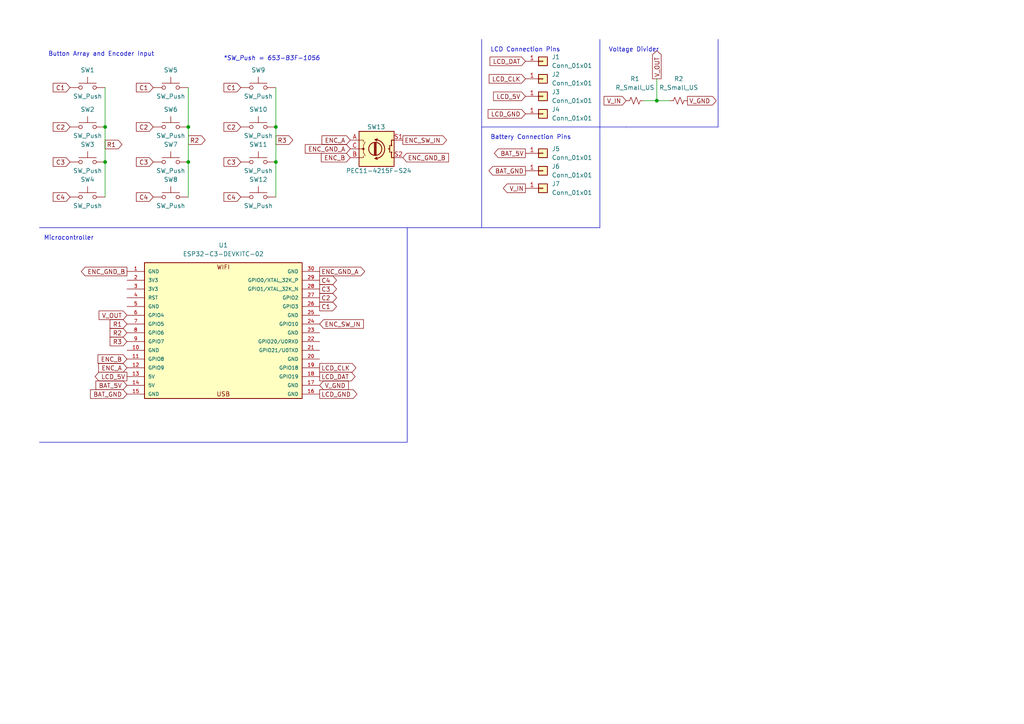
<source format=kicad_sch>
(kicad_sch (version 20211123) (generator eeschema)

  (uuid 94ac4fd3-c426-46f0-8c24-17a8cfbce9bb)

  (paper "A4")

  (title_block
    (title "Shuttle Tracker Node")
    (date "2023-01-04")
    (rev "1")
    (company "RPI")
  )

  (lib_symbols
    (symbol "Connector_Generic:Conn_01x01" (pin_names (offset 1.016) hide) (in_bom yes) (on_board yes)
      (property "Reference" "J" (id 0) (at 0 2.54 0)
        (effects (font (size 1.27 1.27)))
      )
      (property "Value" "Conn_01x01" (id 1) (at 0 -2.54 0)
        (effects (font (size 1.27 1.27)))
      )
      (property "Footprint" "" (id 2) (at 0 0 0)
        (effects (font (size 1.27 1.27)) hide)
      )
      (property "Datasheet" "~" (id 3) (at 0 0 0)
        (effects (font (size 1.27 1.27)) hide)
      )
      (property "ki_keywords" "connector" (id 4) (at 0 0 0)
        (effects (font (size 1.27 1.27)) hide)
      )
      (property "ki_description" "Generic connector, single row, 01x01, script generated (kicad-library-utils/schlib/autogen/connector/)" (id 5) (at 0 0 0)
        (effects (font (size 1.27 1.27)) hide)
      )
      (property "ki_fp_filters" "Connector*:*_1x??_*" (id 6) (at 0 0 0)
        (effects (font (size 1.27 1.27)) hide)
      )
      (symbol "Conn_01x01_1_1"
        (rectangle (start -1.27 0.127) (end 0 -0.127)
          (stroke (width 0.1524) (type default) (color 0 0 0 0))
          (fill (type none))
        )
        (rectangle (start -1.27 1.27) (end 1.27 -1.27)
          (stroke (width 0.254) (type default) (color 0 0 0 0))
          (fill (type background))
        )
        (pin passive line (at -5.08 0 0) (length 3.81)
          (name "Pin_1" (effects (font (size 1.27 1.27))))
          (number "1" (effects (font (size 1.27 1.27))))
        )
      )
    )
    (symbol "Device:R_Small_US" (pin_numbers hide) (pin_names (offset 0.254) hide) (in_bom yes) (on_board yes)
      (property "Reference" "R" (id 0) (at 0.762 0.508 0)
        (effects (font (size 1.27 1.27)) (justify left))
      )
      (property "Value" "R_Small_US" (id 1) (at 0.762 -1.016 0)
        (effects (font (size 1.27 1.27)) (justify left))
      )
      (property "Footprint" "" (id 2) (at 0 0 0)
        (effects (font (size 1.27 1.27)) hide)
      )
      (property "Datasheet" "~" (id 3) (at 0 0 0)
        (effects (font (size 1.27 1.27)) hide)
      )
      (property "ki_keywords" "r resistor" (id 4) (at 0 0 0)
        (effects (font (size 1.27 1.27)) hide)
      )
      (property "ki_description" "Resistor, small US symbol" (id 5) (at 0 0 0)
        (effects (font (size 1.27 1.27)) hide)
      )
      (property "ki_fp_filters" "R_*" (id 6) (at 0 0 0)
        (effects (font (size 1.27 1.27)) hide)
      )
      (symbol "R_Small_US_1_1"
        (polyline
          (pts
            (xy 0 0)
            (xy 1.016 -0.381)
            (xy 0 -0.762)
            (xy -1.016 -1.143)
            (xy 0 -1.524)
          )
          (stroke (width 0) (type default) (color 0 0 0 0))
          (fill (type none))
        )
        (polyline
          (pts
            (xy 0 1.524)
            (xy 1.016 1.143)
            (xy 0 0.762)
            (xy -1.016 0.381)
            (xy 0 0)
          )
          (stroke (width 0) (type default) (color 0 0 0 0))
          (fill (type none))
        )
        (pin passive line (at 0 2.54 270) (length 1.016)
          (name "~" (effects (font (size 1.27 1.27))))
          (number "1" (effects (font (size 1.27 1.27))))
        )
        (pin passive line (at 0 -2.54 90) (length 1.016)
          (name "~" (effects (font (size 1.27 1.27))))
          (number "2" (effects (font (size 1.27 1.27))))
        )
      )
    )
    (symbol "Device:RotaryEncoder_Switch" (pin_names (offset 0.254) hide) (in_bom yes) (on_board yes)
      (property "Reference" "SW" (id 0) (at 0 6.604 0)
        (effects (font (size 1.27 1.27)))
      )
      (property "Value" "RotaryEncoder_Switch" (id 1) (at 0 -6.604 0)
        (effects (font (size 1.27 1.27)))
      )
      (property "Footprint" "" (id 2) (at -3.81 4.064 0)
        (effects (font (size 1.27 1.27)) hide)
      )
      (property "Datasheet" "~" (id 3) (at 0 6.604 0)
        (effects (font (size 1.27 1.27)) hide)
      )
      (property "ki_keywords" "rotary switch encoder switch push button" (id 4) (at 0 0 0)
        (effects (font (size 1.27 1.27)) hide)
      )
      (property "ki_description" "Rotary encoder, dual channel, incremental quadrate outputs, with switch" (id 5) (at 0 0 0)
        (effects (font (size 1.27 1.27)) hide)
      )
      (property "ki_fp_filters" "RotaryEncoder*Switch*" (id 6) (at 0 0 0)
        (effects (font (size 1.27 1.27)) hide)
      )
      (symbol "RotaryEncoder_Switch_0_1"
        (rectangle (start -5.08 5.08) (end 5.08 -5.08)
          (stroke (width 0.254) (type default) (color 0 0 0 0))
          (fill (type background))
        )
        (circle (center -3.81 0) (radius 0.254)
          (stroke (width 0) (type default) (color 0 0 0 0))
          (fill (type outline))
        )
        (arc (start -0.381 -2.794) (mid 2.3622 -0.0508) (end -0.381 2.667)
          (stroke (width 0.254) (type default) (color 0 0 0 0))
          (fill (type none))
        )
        (circle (center -0.381 0) (radius 1.905)
          (stroke (width 0.254) (type default) (color 0 0 0 0))
          (fill (type none))
        )
        (polyline
          (pts
            (xy -0.635 -1.778)
            (xy -0.635 1.778)
          )
          (stroke (width 0.254) (type default) (color 0 0 0 0))
          (fill (type none))
        )
        (polyline
          (pts
            (xy -0.381 -1.778)
            (xy -0.381 1.778)
          )
          (stroke (width 0.254) (type default) (color 0 0 0 0))
          (fill (type none))
        )
        (polyline
          (pts
            (xy -0.127 1.778)
            (xy -0.127 -1.778)
          )
          (stroke (width 0.254) (type default) (color 0 0 0 0))
          (fill (type none))
        )
        (polyline
          (pts
            (xy 3.81 0)
            (xy 3.429 0)
          )
          (stroke (width 0.254) (type default) (color 0 0 0 0))
          (fill (type none))
        )
        (polyline
          (pts
            (xy 3.81 1.016)
            (xy 3.81 -1.016)
          )
          (stroke (width 0.254) (type default) (color 0 0 0 0))
          (fill (type none))
        )
        (polyline
          (pts
            (xy -5.08 -2.54)
            (xy -3.81 -2.54)
            (xy -3.81 -2.032)
          )
          (stroke (width 0) (type default) (color 0 0 0 0))
          (fill (type none))
        )
        (polyline
          (pts
            (xy -5.08 2.54)
            (xy -3.81 2.54)
            (xy -3.81 2.032)
          )
          (stroke (width 0) (type default) (color 0 0 0 0))
          (fill (type none))
        )
        (polyline
          (pts
            (xy 0.254 -3.048)
            (xy -0.508 -2.794)
            (xy 0.127 -2.413)
          )
          (stroke (width 0.254) (type default) (color 0 0 0 0))
          (fill (type none))
        )
        (polyline
          (pts
            (xy 0.254 2.921)
            (xy -0.508 2.667)
            (xy 0.127 2.286)
          )
          (stroke (width 0.254) (type default) (color 0 0 0 0))
          (fill (type none))
        )
        (polyline
          (pts
            (xy 5.08 -2.54)
            (xy 4.318 -2.54)
            (xy 4.318 -1.016)
          )
          (stroke (width 0.254) (type default) (color 0 0 0 0))
          (fill (type none))
        )
        (polyline
          (pts
            (xy 5.08 2.54)
            (xy 4.318 2.54)
            (xy 4.318 1.016)
          )
          (stroke (width 0.254) (type default) (color 0 0 0 0))
          (fill (type none))
        )
        (polyline
          (pts
            (xy -5.08 0)
            (xy -3.81 0)
            (xy -3.81 -1.016)
            (xy -3.302 -2.032)
          )
          (stroke (width 0) (type default) (color 0 0 0 0))
          (fill (type none))
        )
        (polyline
          (pts
            (xy -4.318 0)
            (xy -3.81 0)
            (xy -3.81 1.016)
            (xy -3.302 2.032)
          )
          (stroke (width 0) (type default) (color 0 0 0 0))
          (fill (type none))
        )
        (circle (center 4.318 -1.016) (radius 0.127)
          (stroke (width 0.254) (type default) (color 0 0 0 0))
          (fill (type none))
        )
        (circle (center 4.318 1.016) (radius 0.127)
          (stroke (width 0.254) (type default) (color 0 0 0 0))
          (fill (type none))
        )
      )
      (symbol "RotaryEncoder_Switch_1_1"
        (pin passive line (at -7.62 2.54 0) (length 2.54)
          (name "A" (effects (font (size 1.27 1.27))))
          (number "A" (effects (font (size 1.27 1.27))))
        )
        (pin passive line (at -7.62 -2.54 0) (length 2.54)
          (name "B" (effects (font (size 1.27 1.27))))
          (number "B" (effects (font (size 1.27 1.27))))
        )
        (pin passive line (at -7.62 0 0) (length 2.54)
          (name "C" (effects (font (size 1.27 1.27))))
          (number "C" (effects (font (size 1.27 1.27))))
        )
        (pin passive line (at 7.62 2.54 180) (length 2.54)
          (name "S1" (effects (font (size 1.27 1.27))))
          (number "S1" (effects (font (size 1.27 1.27))))
        )
        (pin passive line (at 7.62 -2.54 180) (length 2.54)
          (name "S2" (effects (font (size 1.27 1.27))))
          (number "S2" (effects (font (size 1.27 1.27))))
        )
      )
    )
    (symbol "ESP32-C3-DEVKITC-02:ESP32-C3-DEVKITC-02" (pin_names (offset 1.016)) (in_bom yes) (on_board yes)
      (property "Reference" "U" (id 0) (at 0 25.4 0)
        (effects (font (size 1.27 1.27)) (justify left bottom))
      )
      (property "Value" "ESP32-C3-DEVKITC-02" (id 1) (at -11.43 22.86 0)
        (effects (font (size 1.27 1.27)) (justify left bottom))
      )
      (property "Footprint" "XCVR_ESP32-C3-DEVKITC-02" (id 2) (at 1.27 2.54 0)
        (effects (font (size 1.27 1.27)) (justify bottom) hide)
      )
      (property "Datasheet" "" (id 3) (at 0 0 0)
        (effects (font (size 1.27 1.27)) hide)
      )
      (property "STANDARD" "My Recommendations" (id 4) (at 1.27 5.08 0)
        (effects (font (size 1.27 1.27)) (justify bottom) hide)
      )
      (property "MANUFACTURER" "Espressif" (id 5) (at 0 0 0)
        (effects (font (size 1.27 1.27)) (justify bottom) hide)
      )
      (symbol "ESP32-C3-DEVKITC-02_0_0"
        (rectangle (start -22.86 16.51) (end 22.86 -22.86)
          (stroke (width 0.254) (type default) (color 0 0 0 0))
          (fill (type background))
        )
        (text "USB" (at 0 -21.59 0)
          (effects (font (size 1.27 1.27)))
        )
        (text "WIFI" (at 0 15.24 0)
          (effects (font (size 1.27 1.27)))
        )
        (pin power_in line (at -27.94 13.97 0) (length 5.08)
          (name "GND" (effects (font (size 1.016 1.016))))
          (number "1" (effects (font (size 1.016 1.016))))
        )
        (pin power_in line (at -27.94 -8.89 0) (length 5.08)
          (name "GND" (effects (font (size 1.016 1.016))))
          (number "10" (effects (font (size 1.016 1.016))))
        )
        (pin bidirectional line (at -27.94 -11.43 0) (length 5.08)
          (name "GPIO8" (effects (font (size 1.016 1.016))))
          (number "11" (effects (font (size 1.016 1.016))))
        )
        (pin bidirectional line (at -27.94 -13.97 0) (length 5.08)
          (name "GPIO9" (effects (font (size 1.016 1.016))))
          (number "12" (effects (font (size 1.016 1.016))))
        )
        (pin power_in line (at -27.94 -16.51 0) (length 5.08)
          (name "5V" (effects (font (size 1.016 1.016))))
          (number "13" (effects (font (size 1.016 1.016))))
        )
        (pin power_in line (at -27.94 -19.05 0) (length 5.08)
          (name "5V" (effects (font (size 1.016 1.016))))
          (number "14" (effects (font (size 1.016 1.016))))
        )
        (pin power_in line (at -27.94 -21.59 0) (length 5.08)
          (name "GND" (effects (font (size 1.016 1.016))))
          (number "15" (effects (font (size 1.016 1.016))))
        )
        (pin power_in line (at 27.94 -21.59 180) (length 5.08)
          (name "GND" (effects (font (size 1.016 1.016))))
          (number "16" (effects (font (size 1.016 1.016))))
        )
        (pin power_in line (at 27.94 -19.05 180) (length 5.08)
          (name "GND" (effects (font (size 1.016 1.016))))
          (number "17" (effects (font (size 1.016 1.016))))
        )
        (pin bidirectional line (at 27.94 -16.51 180) (length 5.08)
          (name "GPIO19" (effects (font (size 1.016 1.016))))
          (number "18" (effects (font (size 1.016 1.016))))
        )
        (pin bidirectional line (at 27.94 -13.97 180) (length 5.08)
          (name "GPIO18" (effects (font (size 1.016 1.016))))
          (number "19" (effects (font (size 1.016 1.016))))
        )
        (pin power_in line (at -27.94 11.43 0) (length 5.08)
          (name "3V3" (effects (font (size 1.016 1.016))))
          (number "2" (effects (font (size 1.016 1.016))))
        )
        (pin power_in line (at 27.94 -11.43 180) (length 5.08)
          (name "GND" (effects (font (size 1.016 1.016))))
          (number "20" (effects (font (size 1.016 1.016))))
        )
        (pin bidirectional line (at 27.94 -8.89 180) (length 5.08)
          (name "GPIO21/U0TXD" (effects (font (size 1.016 1.016))))
          (number "21" (effects (font (size 1.016 1.016))))
        )
        (pin bidirectional line (at 27.94 -6.35 180) (length 5.08)
          (name "GPIO20/U0RXD" (effects (font (size 1.016 1.016))))
          (number "22" (effects (font (size 1.016 1.016))))
        )
        (pin power_in line (at 27.94 -3.81 180) (length 5.08)
          (name "GND" (effects (font (size 1.016 1.016))))
          (number "23" (effects (font (size 1.016 1.016))))
        )
        (pin bidirectional line (at 27.94 -1.27 180) (length 5.08)
          (name "GPIO10" (effects (font (size 1.016 1.016))))
          (number "24" (effects (font (size 1.016 1.016))))
        )
        (pin power_in line (at 27.94 1.27 180) (length 5.08)
          (name "GND" (effects (font (size 1.016 1.016))))
          (number "25" (effects (font (size 1.016 1.016))))
        )
        (pin bidirectional line (at 27.94 3.81 180) (length 5.08)
          (name "GPIO3" (effects (font (size 1.016 1.016))))
          (number "26" (effects (font (size 1.016 1.016))))
        )
        (pin bidirectional line (at 27.94 6.35 180) (length 5.08)
          (name "GPIO2" (effects (font (size 1.016 1.016))))
          (number "27" (effects (font (size 1.016 1.016))))
        )
        (pin bidirectional line (at 27.94 8.89 180) (length 5.08)
          (name "GPIO1/XTAL_32K_N" (effects (font (size 1.016 1.016))))
          (number "28" (effects (font (size 1.016 1.016))))
        )
        (pin bidirectional line (at 27.94 11.43 180) (length 5.08)
          (name "GPIO0/XTAL_32K_P" (effects (font (size 1.016 1.016))))
          (number "29" (effects (font (size 1.016 1.016))))
        )
        (pin power_in line (at -27.94 8.89 0) (length 5.08)
          (name "3V3" (effects (font (size 1.016 1.016))))
          (number "3" (effects (font (size 1.016 1.016))))
        )
        (pin power_in line (at 27.94 13.97 180) (length 5.08)
          (name "GND" (effects (font (size 1.016 1.016))))
          (number "30" (effects (font (size 1.016 1.016))))
        )
        (pin input line (at -27.94 6.35 0) (length 5.08)
          (name "RST" (effects (font (size 1.016 1.016))))
          (number "4" (effects (font (size 1.016 1.016))))
        )
        (pin power_in line (at -27.94 3.81 0) (length 5.08)
          (name "GND" (effects (font (size 1.016 1.016))))
          (number "5" (effects (font (size 1.016 1.016))))
        )
        (pin bidirectional line (at -27.94 1.27 0) (length 5.08)
          (name "GPIO4" (effects (font (size 1.016 1.016))))
          (number "6" (effects (font (size 1.016 1.016))))
        )
        (pin bidirectional line (at -27.94 -1.27 0) (length 5.08)
          (name "GPIO5" (effects (font (size 1.016 1.016))))
          (number "7" (effects (font (size 1.016 1.016))))
        )
        (pin bidirectional line (at -27.94 -3.81 0) (length 5.08)
          (name "GPIO6" (effects (font (size 1.016 1.016))))
          (number "8" (effects (font (size 1.016 1.016))))
        )
        (pin bidirectional line (at -27.94 -6.35 0) (length 5.08)
          (name "GPIO7" (effects (font (size 1.016 1.016))))
          (number "9" (effects (font (size 1.016 1.016))))
        )
      )
    )
    (symbol "Switch:SW_Push" (pin_numbers hide) (pin_names (offset 1.016) hide) (in_bom yes) (on_board yes)
      (property "Reference" "SW" (id 0) (at 1.27 2.54 0)
        (effects (font (size 1.27 1.27)) (justify left))
      )
      (property "Value" "SW_Push" (id 1) (at 0 -1.524 0)
        (effects (font (size 1.27 1.27)))
      )
      (property "Footprint" "" (id 2) (at 0 5.08 0)
        (effects (font (size 1.27 1.27)) hide)
      )
      (property "Datasheet" "~" (id 3) (at 0 5.08 0)
        (effects (font (size 1.27 1.27)) hide)
      )
      (property "ki_keywords" "switch normally-open pushbutton push-button" (id 4) (at 0 0 0)
        (effects (font (size 1.27 1.27)) hide)
      )
      (property "ki_description" "Push button switch, generic, two pins" (id 5) (at 0 0 0)
        (effects (font (size 1.27 1.27)) hide)
      )
      (symbol "SW_Push_0_1"
        (circle (center -2.032 0) (radius 0.508)
          (stroke (width 0) (type default) (color 0 0 0 0))
          (fill (type none))
        )
        (polyline
          (pts
            (xy 0 1.27)
            (xy 0 3.048)
          )
          (stroke (width 0) (type default) (color 0 0 0 0))
          (fill (type none))
        )
        (polyline
          (pts
            (xy 2.54 1.27)
            (xy -2.54 1.27)
          )
          (stroke (width 0) (type default) (color 0 0 0 0))
          (fill (type none))
        )
        (circle (center 2.032 0) (radius 0.508)
          (stroke (width 0) (type default) (color 0 0 0 0))
          (fill (type none))
        )
        (pin passive line (at -5.08 0 0) (length 2.54)
          (name "1" (effects (font (size 1.27 1.27))))
          (number "1" (effects (font (size 1.27 1.27))))
        )
        (pin passive line (at 5.08 0 180) (length 2.54)
          (name "2" (effects (font (size 1.27 1.27))))
          (number "2" (effects (font (size 1.27 1.27))))
        )
      )
    )
  )

  (junction (at 30.48 36.83) (diameter 0) (color 0 0 0 0)
    (uuid 3beab1a9-7565-4f1c-9bcc-43301801d00c)
  )
  (junction (at 80.01 36.83) (diameter 0) (color 0 0 0 0)
    (uuid 404c2bd3-cefb-4745-85fd-b28802c48d4c)
  )
  (junction (at 30.48 46.99) (diameter 0) (color 0 0 0 0)
    (uuid 43b4e638-292a-43bc-be0a-cd041bb77507)
  )
  (junction (at 54.61 46.99) (diameter 0) (color 0 0 0 0)
    (uuid a2cb44e0-2096-4515-b2a0-2c68fcde1351)
  )
  (junction (at 80.01 46.99) (diameter 0) (color 0 0 0 0)
    (uuid d7744f36-f3dc-42a1-be5a-f5e818b706f0)
  )
  (junction (at 190.5 29.21) (diameter 0) (color 0 0 0 0)
    (uuid e32591cd-92b5-457e-906a-839b1dc7c1a1)
  )
  (junction (at 54.61 36.83) (diameter 0) (color 0 0 0 0)
    (uuid ec6c0a55-f64f-4064-a3ae-85d7b9f7e036)
  )

  (polyline (pts (xy 118.11 66.04) (xy 118.11 128.27))
    (stroke (width 0) (type solid) (color 0 0 0 0))
    (uuid 00cebe38-075f-482f-b4ef-b133efd09356)
  )
  (polyline (pts (xy 173.99 11.43) (xy 173.99 66.04))
    (stroke (width 0) (type solid) (color 0 0 0 0))
    (uuid 1518be63-e346-4171-8ede-3e63a8956f47)
  )

  (wire (pts (xy 30.48 46.99) (xy 30.48 57.15))
    (stroke (width 0) (type default) (color 0 0 0 0))
    (uuid 1be9fd0f-498a-4d05-bc1b-7d20eae06d58)
  )
  (wire (pts (xy 30.48 36.83) (xy 30.48 46.99))
    (stroke (width 0) (type default) (color 0 0 0 0))
    (uuid 1cf1ec08-3ca8-426e-b920-de0d3c4031f1)
  )
  (polyline (pts (xy 11.43 66.04) (xy 118.11 66.04))
    (stroke (width 0) (type solid) (color 0 0 0 0))
    (uuid 3cbf63ca-fd51-4590-a2f9-0d22a7ad2852)
  )

  (wire (pts (xy 190.5 22.86) (xy 190.5 29.21))
    (stroke (width 0) (type default) (color 0 0 0 0))
    (uuid 4365b785-f2ce-4080-9fb9-aa7dffa7a933)
  )
  (wire (pts (xy 186.69 29.21) (xy 190.5 29.21))
    (stroke (width 0) (type default) (color 0 0 0 0))
    (uuid 4b8b6b0c-0ac4-4e58-9cea-420d6c0d2685)
  )
  (polyline (pts (xy 11.43 128.27) (xy 118.11 128.27))
    (stroke (width 0) (type solid) (color 0 0 0 0))
    (uuid 4eb620b9-de4b-44d9-9adf-64a47ac1b185)
  )

  (wire (pts (xy 54.61 25.4) (xy 54.61 36.83))
    (stroke (width 0) (type default) (color 0 0 0 0))
    (uuid 578eff42-750a-4327-b654-a22438eb7199)
  )
  (polyline (pts (xy 208.28 11.43) (xy 208.28 36.83))
    (stroke (width 0) (type solid) (color 0 0 0 0))
    (uuid 60025ae3-43d2-4f50-86ba-b026ad2ba086)
  )

  (wire (pts (xy 54.61 36.83) (xy 54.61 46.99))
    (stroke (width 0) (type default) (color 0 0 0 0))
    (uuid 66935e6b-f788-4970-985b-fd0e273f6405)
  )
  (wire (pts (xy 80.01 36.83) (xy 80.01 46.99))
    (stroke (width 0) (type default) (color 0 0 0 0))
    (uuid 7c653c28-00db-4de9-9ecb-b0eeb6cacd36)
  )
  (polyline (pts (xy 181.61 36.83) (xy 139.7 36.83))
    (stroke (width 0) (type solid) (color 0 0 0 0))
    (uuid 95f498a6-84c0-4929-9dd7-cece051284b8)
  )

  (wire (pts (xy 30.48 25.4) (xy 30.48 36.83))
    (stroke (width 0) (type default) (color 0 0 0 0))
    (uuid 9b07e35c-e805-4ede-b33a-969af4d6ba3b)
  )
  (wire (pts (xy 80.01 46.99) (xy 80.01 57.15))
    (stroke (width 0) (type default) (color 0 0 0 0))
    (uuid a38ea59f-331e-4fa4-aa07-30e907afdc13)
  )
  (wire (pts (xy 80.01 25.4) (xy 80.01 36.83))
    (stroke (width 0) (type default) (color 0 0 0 0))
    (uuid b01f625b-f888-4e9d-a42d-77072f5d7c3e)
  )
  (wire (pts (xy 190.5 29.21) (xy 194.31 29.21))
    (stroke (width 0) (type default) (color 0 0 0 0))
    (uuid bf2bf284-e459-4577-b3ff-927fdd9be318)
  )
  (polyline (pts (xy 118.11 66.04) (xy 139.7 66.04))
    (stroke (width 0) (type solid) (color 0 0 0 0))
    (uuid c9b99096-2c3b-4654-9139-333230ce9e09)
  )
  (polyline (pts (xy 139.7 11.43) (xy 139.7 66.04))
    (stroke (width 0) (type solid) (color 0 0 0 0))
    (uuid d6eea285-0b43-4ac0-aaa6-5d2401098394)
  )
  (polyline (pts (xy 173.99 66.04) (xy 139.7 66.04))
    (stroke (width 0) (type solid) (color 0 0 0 0))
    (uuid e11f2689-c313-4274-b19a-d1d92b07da11)
  )
  (polyline (pts (xy 208.28 36.83) (xy 181.61 36.83))
    (stroke (width 0) (type solid) (color 0 0 0 0))
    (uuid f5f93335-ca19-43e8-9e6d-0c9a0926a1e1)
  )

  (wire (pts (xy 54.61 46.99) (xy 54.61 57.15))
    (stroke (width 0) (type default) (color 0 0 0 0))
    (uuid f61f950a-a940-44f2-8048-c2ce58406c60)
  )

  (text "Microcontroller" (at 12.7 69.85 0)
    (effects (font (size 1.27 1.27)) (justify left bottom))
    (uuid 3e8b124a-735c-4713-83d1-e4afda800f5c)
  )
  (text "*SW_Push = 653-B3F-1056" (at 64.77 17.78 0)
    (effects (font (size 1.27 1.27) italic) (justify left bottom))
    (uuid 611341d5-1934-438b-a9b4-242cdba690b9)
  )
  (text "Voltage Divider" (at 176.53 15.24 0)
    (effects (font (size 1.27 1.27)) (justify left bottom))
    (uuid 8493c554-b0be-43b4-88c9-f10711321f25)
  )
  (text "Button Array and Encoder Input\n" (at 13.97 16.51 0)
    (effects (font (size 1.27 1.27)) (justify left bottom))
    (uuid 9b5a907a-e276-40f3-9083-d3935679bf20)
  )
  (text "Battery Connection Pins" (at 142.24 40.64 0)
    (effects (font (size 1.27 1.27)) (justify left bottom))
    (uuid ba98635a-8897-41a3-875a-9ad8ab95e9db)
  )
  (text "LCD Connection Pins" (at 142.24 15.24 0)
    (effects (font (size 1.27 1.27)) (justify left bottom))
    (uuid e1cbce13-533f-4e90-843a-2d00d744680e)
  )

  (global_label "LCD_DAT" (shape output) (at 92.71 109.22 0) (fields_autoplaced)
    (effects (font (size 1.27 1.27)) (justify left))
    (uuid 01dacba7-bd90-4650-a0dd-3f5fc6eb22c8)
    (property "Intersheet References" "${INTERSHEET_REFS}" (id 0) (at 102.985 109.1406 0)
      (effects (font (size 1.27 1.27)) (justify left) hide)
    )
  )
  (global_label "C4" (shape input) (at 20.32 57.15 180) (fields_autoplaced)
    (effects (font (size 1.27 1.27)) (justify right))
    (uuid 03f74136-47dd-4318-935e-a3240fd5ecfb)
    (property "Intersheet References" "${INTERSHEET_REFS}" (id 0) (at 15.4274 57.0706 0)
      (effects (font (size 1.27 1.27)) (justify right) hide)
    )
  )
  (global_label "ENC_A" (shape input) (at 36.83 106.68 180) (fields_autoplaced)
    (effects (font (size 1.27 1.27)) (justify right))
    (uuid 0415a55d-f48a-4f5d-bf09-81d8021c2eba)
    (property "Intersheet References" "${INTERSHEET_REFS}" (id 0) (at 28.6112 106.6006 0)
      (effects (font (size 1.27 1.27)) (justify right) hide)
    )
  )
  (global_label "LCD_GND" (shape input) (at 152.4 33.02 180) (fields_autoplaced)
    (effects (font (size 1.27 1.27)) (justify right))
    (uuid 069c3579-e734-46d8-bacb-cfc9d58c0891)
    (property "Intersheet References" "${INTERSHEET_REFS}" (id 0) (at 141.5807 32.9406 0)
      (effects (font (size 1.27 1.27)) (justify right) hide)
    )
  )
  (global_label "C4" (shape input) (at 44.45 57.15 180) (fields_autoplaced)
    (effects (font (size 1.27 1.27)) (justify right))
    (uuid 0eba914b-f976-4e83-9fdd-f22353f456a5)
    (property "Intersheet References" "${INTERSHEET_REFS}" (id 0) (at 39.5574 57.0706 0)
      (effects (font (size 1.27 1.27)) (justify right) hide)
    )
  )
  (global_label "C3" (shape output) (at 92.71 83.82 0) (fields_autoplaced)
    (effects (font (size 1.27 1.27)) (justify left))
    (uuid 0eff90c3-329e-41a1-a58c-53d10c9d6f45)
    (property "Intersheet References" "${INTERSHEET_REFS}" (id 0) (at 97.6026 83.8994 0)
      (effects (font (size 1.27 1.27)) (justify left) hide)
    )
  )
  (global_label "R3" (shape input) (at 36.83 99.06 180) (fields_autoplaced)
    (effects (font (size 1.27 1.27)) (justify right))
    (uuid 11ea66b5-755e-47cb-b799-ee6a166828d5)
    (property "Intersheet References" "${INTERSHEET_REFS}" (id 0) (at 31.9374 98.9806 0)
      (effects (font (size 1.27 1.27)) (justify right) hide)
    )
  )
  (global_label "LCD_DAT" (shape input) (at 152.4 17.78 180) (fields_autoplaced)
    (effects (font (size 1.27 1.27)) (justify right))
    (uuid 1cdf88c8-3dcf-41f0-afef-d0ad6cd6eae5)
    (property "Intersheet References" "${INTERSHEET_REFS}" (id 0) (at 142.125 17.7006 0)
      (effects (font (size 1.27 1.27)) (justify right) hide)
    )
  )
  (global_label "V_OUT" (shape input) (at 36.83 91.44 180) (fields_autoplaced)
    (effects (font (size 1.27 1.27)) (justify right))
    (uuid 20ca813b-8594-4719-a774-1dfcfff9de2f)
    (property "Intersheet References" "${INTERSHEET_REFS}" (id 0) (at 28.7321 91.3606 0)
      (effects (font (size 1.27 1.27)) (justify right) hide)
    )
  )
  (global_label "V_GND" (shape output) (at 199.39 29.21 0) (fields_autoplaced)
    (effects (font (size 1.27 1.27)) (justify left))
    (uuid 218fcb34-0db8-4141-a056-e50bcfc628e8)
    (property "Intersheet References" "${INTERSHEET_REFS}" (id 0) (at 207.7298 29.1306 0)
      (effects (font (size 1.27 1.27)) (justify left) hide)
    )
  )
  (global_label "LCD_5V" (shape output) (at 36.83 109.22 180) (fields_autoplaced)
    (effects (font (size 1.27 1.27)) (justify right))
    (uuid 22770536-398a-4097-91d6-d1460e7ba5c2)
    (property "Intersheet References" "${INTERSHEET_REFS}" (id 0) (at 27.5831 109.1406 0)
      (effects (font (size 1.27 1.27)) (justify right) hide)
    )
  )
  (global_label "C1" (shape input) (at 69.85 25.4 180) (fields_autoplaced)
    (effects (font (size 1.27 1.27)) (justify right))
    (uuid 2c0f6b29-9bde-4765-8c26-ec436ec55262)
    (property "Intersheet References" "${INTERSHEET_REFS}" (id 0) (at 64.9574 25.3206 0)
      (effects (font (size 1.27 1.27)) (justify right) hide)
    )
  )
  (global_label "ENC_A" (shape input) (at 101.6 40.64 180) (fields_autoplaced)
    (effects (font (size 1.27 1.27)) (justify right))
    (uuid 30d852c7-77df-4bbb-9e1d-42688f7a27de)
    (property "Intersheet References" "${INTERSHEET_REFS}" (id 0) (at 93.3812 40.5606 0)
      (effects (font (size 1.27 1.27)) (justify right) hide)
    )
  )
  (global_label "V_IN" (shape input) (at 181.61 29.21 180) (fields_autoplaced)
    (effects (font (size 1.27 1.27)) (justify right))
    (uuid 33bfdda5-f7ce-4750-b6c4-16f2dfc10523)
    (property "Intersheet References" "${INTERSHEET_REFS}" (id 0) (at 175.2055 29.1306 0)
      (effects (font (size 1.27 1.27)) (justify right) hide)
    )
  )
  (global_label "LCD_5V" (shape input) (at 152.4 27.94 180) (fields_autoplaced)
    (effects (font (size 1.27 1.27)) (justify right))
    (uuid 3799751c-31ab-42ed-a436-82e9d4dae09d)
    (property "Intersheet References" "${INTERSHEET_REFS}" (id 0) (at 143.1531 27.8606 0)
      (effects (font (size 1.27 1.27)) (justify right) hide)
    )
  )
  (global_label "R2" (shape input) (at 36.83 96.52 180) (fields_autoplaced)
    (effects (font (size 1.27 1.27)) (justify right))
    (uuid 388b1194-6dd4-4054-9ebf-0f09ad3128cd)
    (property "Intersheet References" "${INTERSHEET_REFS}" (id 0) (at 31.9374 96.4406 0)
      (effects (font (size 1.27 1.27)) (justify right) hide)
    )
  )
  (global_label "R2" (shape output) (at 54.61 40.64 0) (fields_autoplaced)
    (effects (font (size 1.27 1.27)) (justify left))
    (uuid 3b2910d0-076d-4a74-af6d-d1e27c1fff5a)
    (property "Intersheet References" "${INTERSHEET_REFS}" (id 0) (at 59.5026 40.5606 0)
      (effects (font (size 1.27 1.27)) (justify left) hide)
    )
  )
  (global_label "C4" (shape output) (at 92.71 81.28 0) (fields_autoplaced)
    (effects (font (size 1.27 1.27)) (justify left))
    (uuid 43b8c697-1d2d-420c-b5a7-321252d8bb16)
    (property "Intersheet References" "${INTERSHEET_REFS}" (id 0) (at 97.6026 81.3594 0)
      (effects (font (size 1.27 1.27)) (justify left) hide)
    )
  )
  (global_label "LCD_CLK" (shape output) (at 92.71 106.68 0) (fields_autoplaced)
    (effects (font (size 1.27 1.27)) (justify left))
    (uuid 4c5c68fc-caa8-452a-9aeb-69af7bb2978a)
    (property "Intersheet References" "${INTERSHEET_REFS}" (id 0) (at 103.2269 106.6006 0)
      (effects (font (size 1.27 1.27)) (justify left) hide)
    )
  )
  (global_label "R3" (shape output) (at 80.01 40.64 0) (fields_autoplaced)
    (effects (font (size 1.27 1.27)) (justify left))
    (uuid 50d3dda3-027b-417d-b014-befe3b7b64d9)
    (property "Intersheet References" "${INTERSHEET_REFS}" (id 0) (at 84.9026 40.5606 0)
      (effects (font (size 1.27 1.27)) (justify left) hide)
    )
  )
  (global_label "LCD_CLK" (shape input) (at 152.4 22.86 180) (fields_autoplaced)
    (effects (font (size 1.27 1.27)) (justify right))
    (uuid 59824507-faad-42de-aef5-34fcaf50e309)
    (property "Intersheet References" "${INTERSHEET_REFS}" (id 0) (at 141.8831 22.7806 0)
      (effects (font (size 1.27 1.27)) (justify right) hide)
    )
  )
  (global_label "R1" (shape output) (at 30.48 41.91 0) (fields_autoplaced)
    (effects (font (size 1.27 1.27)) (justify left))
    (uuid 5dc90130-8aef-44f0-9959-420b3284fcdd)
    (property "Intersheet References" "${INTERSHEET_REFS}" (id 0) (at 35.3726 41.8306 0)
      (effects (font (size 1.27 1.27)) (justify left) hide)
    )
  )
  (global_label "C3" (shape input) (at 44.45 46.99 180) (fields_autoplaced)
    (effects (font (size 1.27 1.27)) (justify right))
    (uuid 629574f3-ca16-47c6-8ad6-f218604aaeb5)
    (property "Intersheet References" "${INTERSHEET_REFS}" (id 0) (at 39.5574 46.9106 0)
      (effects (font (size 1.27 1.27)) (justify right) hide)
    )
  )
  (global_label "LCD_GND" (shape output) (at 92.71 114.3 0) (fields_autoplaced)
    (effects (font (size 1.27 1.27)) (justify left))
    (uuid 62c3085b-3ee1-4e88-9830-66e4f1805b76)
    (property "Intersheet References" "${INTERSHEET_REFS}" (id 0) (at 103.5293 114.2206 0)
      (effects (font (size 1.27 1.27)) (justify left) hide)
    )
  )
  (global_label "R1" (shape input) (at 36.83 93.98 180) (fields_autoplaced)
    (effects (font (size 1.27 1.27)) (justify right))
    (uuid 63519423-3c06-47e2-a8d4-1ed75c134dbf)
    (property "Intersheet References" "${INTERSHEET_REFS}" (id 0) (at 31.9374 94.0594 0)
      (effects (font (size 1.27 1.27)) (justify right) hide)
    )
  )
  (global_label "C1" (shape input) (at 44.45 25.4 180) (fields_autoplaced)
    (effects (font (size 1.27 1.27)) (justify right))
    (uuid 64b12034-d8d6-41a1-b8e7-e1839c47eafe)
    (property "Intersheet References" "${INTERSHEET_REFS}" (id 0) (at 39.5574 25.3206 0)
      (effects (font (size 1.27 1.27)) (justify right) hide)
    )
  )
  (global_label "C1" (shape input) (at 20.32 25.4 180) (fields_autoplaced)
    (effects (font (size 1.27 1.27)) (justify right))
    (uuid 6ef0675f-8148-4c2e-a7d8-fac60127195b)
    (property "Intersheet References" "${INTERSHEET_REFS}" (id 0) (at 15.4274 25.3206 0)
      (effects (font (size 1.27 1.27)) (justify right) hide)
    )
  )
  (global_label "ENC_GND_B" (shape input) (at 116.84 45.72 0) (fields_autoplaced)
    (effects (font (size 1.27 1.27)) (justify left))
    (uuid 7d4e7bea-719e-4539-a81b-e9517e5fbad0)
    (property "Intersheet References" "${INTERSHEET_REFS}" (id 0) (at 130.0783 45.6406 0)
      (effects (font (size 1.27 1.27)) (justify left) hide)
    )
  )
  (global_label "C2" (shape input) (at 44.45 36.83 180) (fields_autoplaced)
    (effects (font (size 1.27 1.27)) (justify right))
    (uuid 8a2982c3-35bb-4fa2-9947-510458803607)
    (property "Intersheet References" "${INTERSHEET_REFS}" (id 0) (at 39.5574 36.7506 0)
      (effects (font (size 1.27 1.27)) (justify right) hide)
    )
  )
  (global_label "BAT_GND" (shape output) (at 152.4 49.53 180) (fields_autoplaced)
    (effects (font (size 1.27 1.27)) (justify right))
    (uuid 8d63b059-a0ae-49bf-b64e-25f97c1a9c15)
    (property "Intersheet References" "${INTERSHEET_REFS}" (id 0) (at 141.8226 49.4506 0)
      (effects (font (size 1.27 1.27)) (justify right) hide)
    )
  )
  (global_label "ENC_B" (shape input) (at 101.6 45.72 180) (fields_autoplaced)
    (effects (font (size 1.27 1.27)) (justify right))
    (uuid 8e6b9c42-0810-4d5f-a745-d6e4362c6411)
    (property "Intersheet References" "${INTERSHEET_REFS}" (id 0) (at 93.1998 45.6406 0)
      (effects (font (size 1.27 1.27)) (justify right) hide)
    )
  )
  (global_label "ENC_GND_A" (shape output) (at 92.71 78.74 0) (fields_autoplaced)
    (effects (font (size 1.27 1.27)) (justify left))
    (uuid 8fc4fb37-16f1-4444-b3d6-436a7575b8fd)
    (property "Intersheet References" "${INTERSHEET_REFS}" (id 0) (at 105.7669 78.6606 0)
      (effects (font (size 1.27 1.27)) (justify left) hide)
    )
  )
  (global_label "C4" (shape input) (at 69.85 57.15 180) (fields_autoplaced)
    (effects (font (size 1.27 1.27)) (justify right))
    (uuid a0d9d8a9-d78f-4c34-9b66-cd83b23e1f46)
    (property "Intersheet References" "${INTERSHEET_REFS}" (id 0) (at 64.9574 57.0706 0)
      (effects (font (size 1.27 1.27)) (justify right) hide)
    )
  )
  (global_label "V_GND" (shape input) (at 92.71 111.76 0) (fields_autoplaced)
    (effects (font (size 1.27 1.27)) (justify left))
    (uuid b2dc5c41-d91b-4b47-84ec-3bb2ee4c08d6)
    (property "Intersheet References" "${INTERSHEET_REFS}" (id 0) (at 101.0498 111.6806 0)
      (effects (font (size 1.27 1.27)) (justify left) hide)
    )
  )
  (global_label "V_OUT" (shape output) (at 190.5 22.86 90) (fields_autoplaced)
    (effects (font (size 1.27 1.27)) (justify left))
    (uuid b5aa8f50-1f46-4300-a063-839e54a094db)
    (property "Intersheet References" "${INTERSHEET_REFS}" (id 0) (at 190.4206 14.7621 90)
      (effects (font (size 1.27 1.27)) (justify left) hide)
    )
  )
  (global_label "C2" (shape output) (at 92.71 86.36 0) (fields_autoplaced)
    (effects (font (size 1.27 1.27)) (justify left))
    (uuid bea36b1c-d8f4-4fe8-a22f-97b89ce65a88)
    (property "Intersheet References" "${INTERSHEET_REFS}" (id 0) (at 97.6026 86.4394 0)
      (effects (font (size 1.27 1.27)) (justify left) hide)
    )
  )
  (global_label "C1" (shape output) (at 92.71 88.9 0) (fields_autoplaced)
    (effects (font (size 1.27 1.27)) (justify left))
    (uuid d56f274d-abcf-4b95-a490-41dd323302c2)
    (property "Intersheet References" "${INTERSHEET_REFS}" (id 0) (at 97.6026 88.9794 0)
      (effects (font (size 1.27 1.27)) (justify left) hide)
    )
  )
  (global_label "V_IN" (shape output) (at 152.4 54.61 180) (fields_autoplaced)
    (effects (font (size 1.27 1.27)) (justify right))
    (uuid dbfe0e14-2854-4f0a-9f7d-50e3f4321cba)
    (property "Intersheet References" "${INTERSHEET_REFS}" (id 0) (at 145.9955 54.5306 0)
      (effects (font (size 1.27 1.27)) (justify right) hide)
    )
  )
  (global_label "ENC_GND_B" (shape output) (at 36.83 78.74 180) (fields_autoplaced)
    (effects (font (size 1.27 1.27)) (justify right))
    (uuid df6e049a-73cc-4591-8542-b8bf9f21ad1a)
    (property "Intersheet References" "${INTERSHEET_REFS}" (id 0) (at 23.5917 78.6606 0)
      (effects (font (size 1.27 1.27)) (justify right) hide)
    )
  )
  (global_label "C3" (shape input) (at 20.32 46.99 180) (fields_autoplaced)
    (effects (font (size 1.27 1.27)) (justify right))
    (uuid e3778186-5da0-4bb2-8737-116085ff2e60)
    (property "Intersheet References" "${INTERSHEET_REFS}" (id 0) (at 15.4274 46.9106 0)
      (effects (font (size 1.27 1.27)) (justify right) hide)
    )
  )
  (global_label "BAT_5V" (shape output) (at 152.4 44.45 180) (fields_autoplaced)
    (effects (font (size 1.27 1.27)) (justify right))
    (uuid e7accb27-7a7f-4085-95ad-11a9c87c3471)
    (property "Intersheet References" "${INTERSHEET_REFS}" (id 0) (at 143.395 44.5294 0)
      (effects (font (size 1.27 1.27)) (justify right) hide)
    )
  )
  (global_label "ENC_SW_IN" (shape input) (at 92.71 93.98 0) (fields_autoplaced)
    (effects (font (size 1.27 1.27)) (justify left))
    (uuid eaaeb1d6-8168-47ef-b343-ee8243f9d6bc)
    (property "Intersheet References" "${INTERSHEET_REFS}" (id 0) (at 105.4041 93.9006 0)
      (effects (font (size 1.27 1.27)) (justify left) hide)
    )
  )
  (global_label "C3" (shape input) (at 69.85 46.99 180) (fields_autoplaced)
    (effects (font (size 1.27 1.27)) (justify right))
    (uuid ec7ae785-c5d9-49af-b5de-ccadb0166f46)
    (property "Intersheet References" "${INTERSHEET_REFS}" (id 0) (at 64.9574 46.9106 0)
      (effects (font (size 1.27 1.27)) (justify right) hide)
    )
  )
  (global_label "ENC_SW_IN" (shape output) (at 116.84 40.64 0) (fields_autoplaced)
    (effects (font (size 1.27 1.27)) (justify left))
    (uuid ede177ed-16fc-49e8-8cf3-01e02ca49469)
    (property "Intersheet References" "${INTERSHEET_REFS}" (id 0) (at 129.5341 40.5606 0)
      (effects (font (size 1.27 1.27)) (justify left) hide)
    )
  )
  (global_label "C2" (shape input) (at 69.85 36.83 180) (fields_autoplaced)
    (effects (font (size 1.27 1.27)) (justify right))
    (uuid ee1cec6d-34b2-4f2c-bbc3-f8cd7d175ca5)
    (property "Intersheet References" "${INTERSHEET_REFS}" (id 0) (at 64.9574 36.7506 0)
      (effects (font (size 1.27 1.27)) (justify right) hide)
    )
  )
  (global_label "ENC_B" (shape input) (at 36.83 104.14 180) (fields_autoplaced)
    (effects (font (size 1.27 1.27)) (justify right))
    (uuid f27f20f5-c227-49cc-a03d-9cb393115a53)
    (property "Intersheet References" "${INTERSHEET_REFS}" (id 0) (at 28.4298 104.0606 0)
      (effects (font (size 1.27 1.27)) (justify right) hide)
    )
  )
  (global_label "BAT_5V" (shape input) (at 36.83 111.76 180) (fields_autoplaced)
    (effects (font (size 1.27 1.27)) (justify right))
    (uuid f31e452a-6bb8-4be3-8778-7b590398993f)
    (property "Intersheet References" "${INTERSHEET_REFS}" (id 0) (at 27.825 111.6806 0)
      (effects (font (size 1.27 1.27)) (justify right) hide)
    )
  )
  (global_label "C2" (shape input) (at 20.32 36.83 180) (fields_autoplaced)
    (effects (font (size 1.27 1.27)) (justify right))
    (uuid f42eab1a-115c-4f6c-86b2-d9905aed7197)
    (property "Intersheet References" "${INTERSHEET_REFS}" (id 0) (at 15.4274 36.7506 0)
      (effects (font (size 1.27 1.27)) (justify right) hide)
    )
  )
  (global_label "BAT_GND" (shape input) (at 36.83 114.3 180) (fields_autoplaced)
    (effects (font (size 1.27 1.27)) (justify right))
    (uuid f783abcd-09ae-41f9-9d73-6b97b4c8248a)
    (property "Intersheet References" "${INTERSHEET_REFS}" (id 0) (at 26.2526 114.3794 0)
      (effects (font (size 1.27 1.27)) (justify right) hide)
    )
  )
  (global_label "ENC_GND_A" (shape input) (at 101.6 43.18 180) (fields_autoplaced)
    (effects (font (size 1.27 1.27)) (justify right))
    (uuid f96a1366-1721-4e9b-a01d-82feffa97501)
    (property "Intersheet References" "${INTERSHEET_REFS}" (id 0) (at 88.5431 43.1006 0)
      (effects (font (size 1.27 1.27)) (justify right) hide)
    )
  )

  (symbol (lib_id "Switch:SW_Push") (at 25.4 36.83 0) (unit 1)
    (in_bom yes) (on_board yes)
    (uuid 03aed91f-880a-4926-a6fc-b8bb911505b0)
    (property "Reference" "SW2" (id 0) (at 25.4 31.75 0))
    (property "Value" "SW_Push" (id 1) (at 25.4 39.37 0))
    (property "Footprint" "B3F-1056:B3F-1056" (id 2) (at 25.4 31.75 0)
      (effects (font (size 1.27 1.27)) hide)
    )
    (property "Datasheet" "~" (id 3) (at 25.4 31.75 0)
      (effects (font (size 1.27 1.27)) hide)
    )
    (pin "1" (uuid 50f48f52-1824-47bb-b539-d336065008c9))
    (pin "2" (uuid e0de676f-d26c-4776-9c87-df50a3925299))
  )

  (symbol (lib_id "Switch:SW_Push") (at 74.93 25.4 0) (unit 1)
    (in_bom yes) (on_board yes)
    (uuid 06379499-5e66-47d3-8eee-a4fb4e9869db)
    (property "Reference" "SW9" (id 0) (at 74.93 20.32 0))
    (property "Value" "SW_Push" (id 1) (at 74.93 27.94 0))
    (property "Footprint" "B3F-1056:B3F-1056" (id 2) (at 74.93 20.32 0)
      (effects (font (size 1.27 1.27)) hide)
    )
    (property "Datasheet" "~" (id 3) (at 74.93 20.32 0)
      (effects (font (size 1.27 1.27)) hide)
    )
    (pin "1" (uuid b352b376-296c-418d-a5b9-d11f0d18e34d))
    (pin "2" (uuid d9b4b55a-735a-4347-af9d-857aca47eb89))
  )

  (symbol (lib_id "Switch:SW_Push") (at 74.93 36.83 0) (unit 1)
    (in_bom yes) (on_board yes)
    (uuid 1c3c2591-a378-4ef6-a7f2-7c9ae472bfea)
    (property "Reference" "SW10" (id 0) (at 74.93 31.75 0))
    (property "Value" "SW_Push" (id 1) (at 74.93 39.37 0))
    (property "Footprint" "B3F-1056:B3F-1056" (id 2) (at 74.93 31.75 0)
      (effects (font (size 1.27 1.27)) hide)
    )
    (property "Datasheet" "~" (id 3) (at 74.93 31.75 0)
      (effects (font (size 1.27 1.27)) hide)
    )
    (pin "1" (uuid 53087bb3-1aee-43ca-9ea4-c89f35650ed3))
    (pin "2" (uuid d4a8c33f-b48d-40c1-8c34-0a5d02934d33))
  )

  (symbol (lib_id "Connector_Generic:Conn_01x01") (at 157.48 22.86 0) (unit 1)
    (in_bom yes) (on_board yes) (fields_autoplaced)
    (uuid 2ab03279-bc1c-4958-ace7-b9d860458c4f)
    (property "Reference" "J2" (id 0) (at 160.02 21.5899 0)
      (effects (font (size 1.27 1.27)) (justify left))
    )
    (property "Value" "Conn_01x01" (id 1) (at 160.02 24.1299 0)
      (effects (font (size 1.27 1.27)) (justify left))
    )
    (property "Footprint" "Connector_Pin:Pin_D1.0mm_L10.0mm" (id 2) (at 157.48 22.86 0)
      (effects (font (size 1.27 1.27)) hide)
    )
    (property "Datasheet" "~" (id 3) (at 157.48 22.86 0)
      (effects (font (size 1.27 1.27)) hide)
    )
    (pin "1" (uuid 86d82cf5-07d5-4239-959b-5a88bee7c5a2))
  )

  (symbol (lib_id "Device:R_Small_US") (at 196.85 29.21 90) (unit 1)
    (in_bom yes) (on_board yes) (fields_autoplaced)
    (uuid 3403ed5e-90ec-46c4-b2f4-aa8f39e618e5)
    (property "Reference" "R2" (id 0) (at 196.85 22.86 90))
    (property "Value" "R_Small_US" (id 1) (at 196.85 25.4 90))
    (property "Footprint" "Resistor_THT:R_Axial_DIN0204_L3.6mm_D1.6mm_P5.08mm_Horizontal" (id 2) (at 196.85 29.21 0)
      (effects (font (size 1.27 1.27)) hide)
    )
    (property "Datasheet" "~" (id 3) (at 196.85 29.21 0)
      (effects (font (size 1.27 1.27)) hide)
    )
    (pin "1" (uuid 544392a5-5c41-4424-848a-22af8423ccf9))
    (pin "2" (uuid 28af9ab3-7a74-440d-8867-fd585fe4d26c))
  )

  (symbol (lib_id "Connector_Generic:Conn_01x01") (at 157.48 54.61 0) (unit 1)
    (in_bom yes) (on_board yes) (fields_autoplaced)
    (uuid 364dad12-a203-4d36-823c-d155fbdbd8bb)
    (property "Reference" "J7" (id 0) (at 160.02 53.3399 0)
      (effects (font (size 1.27 1.27)) (justify left))
    )
    (property "Value" "Conn_01x01" (id 1) (at 160.02 55.8799 0)
      (effects (font (size 1.27 1.27)) (justify left))
    )
    (property "Footprint" "Connector_Pin:Pin_D1.0mm_L10.0mm" (id 2) (at 157.48 54.61 0)
      (effects (font (size 1.27 1.27)) hide)
    )
    (property "Datasheet" "~" (id 3) (at 157.48 54.61 0)
      (effects (font (size 1.27 1.27)) hide)
    )
    (pin "1" (uuid e6fa51e7-d87a-4d80-bcef-cd912e5eb49b))
  )

  (symbol (lib_id "Connector_Generic:Conn_01x01") (at 157.48 17.78 0) (unit 1)
    (in_bom yes) (on_board yes) (fields_autoplaced)
    (uuid 3b3e454c-1add-4dba-9df0-aacac1a7c367)
    (property "Reference" "J1" (id 0) (at 160.02 16.5099 0)
      (effects (font (size 1.27 1.27)) (justify left))
    )
    (property "Value" "Conn_01x01" (id 1) (at 160.02 19.0499 0)
      (effects (font (size 1.27 1.27)) (justify left))
    )
    (property "Footprint" "Connector_Pin:Pin_D1.0mm_L10.0mm" (id 2) (at 157.48 17.78 0)
      (effects (font (size 1.27 1.27)) hide)
    )
    (property "Datasheet" "~" (id 3) (at 157.48 17.78 0)
      (effects (font (size 1.27 1.27)) hide)
    )
    (pin "1" (uuid 1fd27cb3-71a7-4bd2-952e-802e8ec40791))
  )

  (symbol (lib_id "Connector_Generic:Conn_01x01") (at 157.48 49.53 0) (unit 1)
    (in_bom yes) (on_board yes) (fields_autoplaced)
    (uuid 41a77dfd-ebac-421d-b3e9-2b5fbf5d78ea)
    (property "Reference" "J6" (id 0) (at 160.02 48.2599 0)
      (effects (font (size 1.27 1.27)) (justify left))
    )
    (property "Value" "Conn_01x01" (id 1) (at 160.02 50.7999 0)
      (effects (font (size 1.27 1.27)) (justify left))
    )
    (property "Footprint" "Connector_Pin:Pin_D1.0mm_L10.0mm" (id 2) (at 157.48 49.53 0)
      (effects (font (size 1.27 1.27)) hide)
    )
    (property "Datasheet" "~" (id 3) (at 157.48 49.53 0)
      (effects (font (size 1.27 1.27)) hide)
    )
    (pin "1" (uuid c75476e6-14fc-4e9d-80c4-a437f81c63e9))
  )

  (symbol (lib_id "Switch:SW_Push") (at 74.93 46.99 0) (unit 1)
    (in_bom yes) (on_board yes)
    (uuid 4363a48f-3815-43a9-a683-44b6d9a2ba65)
    (property "Reference" "SW11" (id 0) (at 74.93 41.91 0))
    (property "Value" "SW_Push" (id 1) (at 74.93 49.53 0))
    (property "Footprint" "B3F-1056:B3F-1056" (id 2) (at 74.93 41.91 0)
      (effects (font (size 1.27 1.27)) hide)
    )
    (property "Datasheet" "~" (id 3) (at 74.93 41.91 0)
      (effects (font (size 1.27 1.27)) hide)
    )
    (pin "1" (uuid f53a59d2-ddb2-4831-9d7d-abe4ec773f75))
    (pin "2" (uuid 144e0e7e-0bdd-4ec8-929f-d74b7d017940))
  )

  (symbol (lib_id "Switch:SW_Push") (at 49.53 57.15 0) (unit 1)
    (in_bom yes) (on_board yes)
    (uuid 4ce520a6-e041-41d6-a954-b8a370fd4e88)
    (property "Reference" "SW8" (id 0) (at 49.53 52.07 0))
    (property "Value" "SW_Push" (id 1) (at 49.53 59.69 0))
    (property "Footprint" "B3F-1056:B3F-1056" (id 2) (at 49.53 52.07 0)
      (effects (font (size 1.27 1.27)) hide)
    )
    (property "Datasheet" "~" (id 3) (at 49.53 52.07 0)
      (effects (font (size 1.27 1.27)) hide)
    )
    (pin "1" (uuid c6bb07c4-c94a-43a0-8166-62729f8047fc))
    (pin "2" (uuid 66c7fe38-e6b8-4bd9-b247-a65e362a2a99))
  )

  (symbol (lib_id "Device:R_Small_US") (at 184.15 29.21 90) (unit 1)
    (in_bom yes) (on_board yes) (fields_autoplaced)
    (uuid 536af3ba-7d83-461d-9770-aa33cc8d38e6)
    (property "Reference" "R1" (id 0) (at 184.15 22.86 90))
    (property "Value" "R_Small_US" (id 1) (at 184.15 25.4 90))
    (property "Footprint" "Resistor_THT:R_Axial_DIN0204_L3.6mm_D1.6mm_P5.08mm_Horizontal" (id 2) (at 184.15 29.21 0)
      (effects (font (size 1.27 1.27)) hide)
    )
    (property "Datasheet" "~" (id 3) (at 184.15 29.21 0)
      (effects (font (size 1.27 1.27)) hide)
    )
    (pin "1" (uuid 0c8410a5-b5d7-45c4-a8de-ffa91241cd00))
    (pin "2" (uuid f9fc6deb-460e-413d-8934-4fa2c042532d))
  )

  (symbol (lib_id "Switch:SW_Push") (at 25.4 25.4 0) (unit 1)
    (in_bom yes) (on_board yes)
    (uuid 54ca605f-cb6a-4e21-83d1-d49b7a01df95)
    (property "Reference" "SW1" (id 0) (at 25.4 20.32 0))
    (property "Value" "SW_Push" (id 1) (at 25.4 27.94 0))
    (property "Footprint" "B3F-1056:B3F-1056" (id 2) (at 25.4 20.32 0)
      (effects (font (size 1.27 1.27)) hide)
    )
    (property "Datasheet" "~" (id 3) (at 25.4 20.32 0)
      (effects (font (size 1.27 1.27)) hide)
    )
    (pin "1" (uuid 6f561445-7d35-4dbf-9a05-b9d9882caf4f))
    (pin "2" (uuid b09ea924-af68-487e-9b11-f9897ebee656))
  )

  (symbol (lib_id "Connector_Generic:Conn_01x01") (at 157.48 33.02 0) (unit 1)
    (in_bom yes) (on_board yes) (fields_autoplaced)
    (uuid 638d4c51-aae9-4505-9620-d1bb6c207bb7)
    (property "Reference" "J4" (id 0) (at 160.02 31.7499 0)
      (effects (font (size 1.27 1.27)) (justify left))
    )
    (property "Value" "Conn_01x01" (id 1) (at 160.02 34.2899 0)
      (effects (font (size 1.27 1.27)) (justify left))
    )
    (property "Footprint" "Connector_Pin:Pin_D1.0mm_L10.0mm" (id 2) (at 157.48 33.02 0)
      (effects (font (size 1.27 1.27)) hide)
    )
    (property "Datasheet" "~" (id 3) (at 157.48 33.02 0)
      (effects (font (size 1.27 1.27)) hide)
    )
    (pin "1" (uuid 196c6f18-1f22-4900-948d-bf20d654d26e))
  )

  (symbol (lib_id "Switch:SW_Push") (at 74.93 57.15 0) (unit 1)
    (in_bom yes) (on_board yes)
    (uuid 720e99b6-e51e-42be-88a4-c0ca409b4d98)
    (property "Reference" "SW12" (id 0) (at 74.93 52.07 0))
    (property "Value" "SW_Push" (id 1) (at 74.93 59.69 0))
    (property "Footprint" "B3F-1056:B3F-1056" (id 2) (at 74.93 52.07 0)
      (effects (font (size 1.27 1.27)) hide)
    )
    (property "Datasheet" "~" (id 3) (at 74.93 52.07 0)
      (effects (font (size 1.27 1.27)) hide)
    )
    (pin "1" (uuid ff083d15-746a-4b3d-b27f-8b91b2c912ed))
    (pin "2" (uuid f7124048-628f-40d4-92bd-e2876008aa38))
  )

  (symbol (lib_id "Connector_Generic:Conn_01x01") (at 157.48 44.45 0) (unit 1)
    (in_bom yes) (on_board yes) (fields_autoplaced)
    (uuid 826dc4d9-9adf-4d71-a69b-876c8e0a58fe)
    (property "Reference" "J5" (id 0) (at 160.02 43.1799 0)
      (effects (font (size 1.27 1.27)) (justify left))
    )
    (property "Value" "Conn_01x01" (id 1) (at 160.02 45.7199 0)
      (effects (font (size 1.27 1.27)) (justify left))
    )
    (property "Footprint" "Connector_Pin:Pin_D1.0mm_L10.0mm" (id 2) (at 157.48 44.45 0)
      (effects (font (size 1.27 1.27)) hide)
    )
    (property "Datasheet" "~" (id 3) (at 157.48 44.45 0)
      (effects (font (size 1.27 1.27)) hide)
    )
    (pin "1" (uuid 2c8bb526-c02a-4d8d-9774-85856dcf14e4))
  )

  (symbol (lib_id "Switch:SW_Push") (at 25.4 57.15 0) (unit 1)
    (in_bom yes) (on_board yes)
    (uuid 877dc0c0-c8f6-4157-ab2c-347229d4afe9)
    (property "Reference" "SW4" (id 0) (at 25.4 52.07 0))
    (property "Value" "SW_Push" (id 1) (at 25.4 59.69 0))
    (property "Footprint" "B3F-1056:B3F-1056" (id 2) (at 25.4 52.07 0)
      (effects (font (size 1.27 1.27)) hide)
    )
    (property "Datasheet" "~" (id 3) (at 25.4 52.07 0)
      (effects (font (size 1.27 1.27)) hide)
    )
    (pin "1" (uuid 5d867b51-0b7b-4f55-97ce-cd2c95625014))
    (pin "2" (uuid 60558100-02fb-4530-a7a4-2b556b1876a9))
  )

  (symbol (lib_id "Switch:SW_Push") (at 49.53 25.4 0) (unit 1)
    (in_bom yes) (on_board yes)
    (uuid 9306457d-1d17-4c56-85da-aefe282de4d8)
    (property "Reference" "SW5" (id 0) (at 49.53 20.32 0))
    (property "Value" "SW_Push" (id 1) (at 49.53 27.94 0))
    (property "Footprint" "B3F-1056:B3F-1056" (id 2) (at 49.53 20.32 0)
      (effects (font (size 1.27 1.27)) hide)
    )
    (property "Datasheet" "~" (id 3) (at 49.53 20.32 0)
      (effects (font (size 1.27 1.27)) hide)
    )
    (pin "1" (uuid 5124aabc-7865-40cf-91bb-b301e64f0e77))
    (pin "2" (uuid 36ddcfc1-d2d9-47cd-a23e-d366756e0919))
  )

  (symbol (lib_id "Switch:SW_Push") (at 49.53 46.99 0) (unit 1)
    (in_bom yes) (on_board yes)
    (uuid a31a7d3c-14a8-4ea6-ab5b-f38101c034f7)
    (property "Reference" "SW7" (id 0) (at 49.53 41.91 0))
    (property "Value" "SW_Push" (id 1) (at 49.53 49.53 0))
    (property "Footprint" "B3F-1056:B3F-1056" (id 2) (at 49.53 41.91 0)
      (effects (font (size 1.27 1.27)) hide)
    )
    (property "Datasheet" "~" (id 3) (at 49.53 41.91 0)
      (effects (font (size 1.27 1.27)) hide)
    )
    (pin "1" (uuid 47cbecbc-e429-491a-8a9a-8ecc0d5585bc))
    (pin "2" (uuid d3572f93-aa7e-4818-8d0a-4b2c025022a2))
  )

  (symbol (lib_id "Device:RotaryEncoder_Switch") (at 109.22 43.18 0) (unit 1)
    (in_bom yes) (on_board yes)
    (uuid b31394cf-d5e3-4eee-a64a-975bb9361f65)
    (property "Reference" "SW13" (id 0) (at 111.76 36.83 0)
      (effects (font (size 1.27 1.27)) (justify right))
    )
    (property "Value" "PEC11-4215F-S24" (id 1) (at 119.38 49.53 0)
      (effects (font (size 1.27 1.27)) (justify right))
    )
    (property "Footprint" "PEC11R-4215F-S0024:PEC11R-4215F-S0024" (id 2) (at 105.41 39.116 0)
      (effects (font (size 1.27 1.27)) hide)
    )
    (property "Datasheet" "~" (id 3) (at 109.22 36.576 0)
      (effects (font (size 1.27 1.27)) hide)
    )
    (pin "A" (uuid 17c1e872-9f0c-42a8-8d04-c4d5ff1f6002))
    (pin "B" (uuid 08d3747e-be6f-485f-a869-0efdc9c16b6b))
    (pin "C" (uuid 03e35a45-08f3-407c-a59a-b98d43e4b3bd))
    (pin "S1" (uuid 1d7cb76d-99f5-42da-9a21-15df0d091be5))
    (pin "S2" (uuid 19dac480-21d3-43c2-b144-cf089262e605))
  )

  (symbol (lib_id "Switch:SW_Push") (at 25.4 46.99 0) (unit 1)
    (in_bom yes) (on_board yes)
    (uuid b762ffae-d60f-40e7-aeb9-d0d9d68d24b9)
    (property "Reference" "SW3" (id 0) (at 25.4 41.91 0))
    (property "Value" "SW_Push" (id 1) (at 25.4 49.53 0))
    (property "Footprint" "B3F-1056:B3F-1056" (id 2) (at 25.4 41.91 0)
      (effects (font (size 1.27 1.27)) hide)
    )
    (property "Datasheet" "~" (id 3) (at 25.4 41.91 0)
      (effects (font (size 1.27 1.27)) hide)
    )
    (pin "1" (uuid 345e8e24-2a28-43b4-9e5d-844bb542c808))
    (pin "2" (uuid ce83c77c-2fef-498a-a978-b4352bec4a0f))
  )

  (symbol (lib_id "ESP32-C3-DEVKITC-02:ESP32-C3-DEVKITC-02") (at 64.77 92.71 0) (unit 1)
    (in_bom yes) (on_board yes) (fields_autoplaced)
    (uuid df0f0d59-dbf5-44f4-94e5-7c2571eeb978)
    (property "Reference" "U1" (id 0) (at 64.77 71.12 0))
    (property "Value" "ESP32-C3-DEVKITC-02" (id 1) (at 64.77 73.66 0))
    (property "Footprint" "ESP32-C3-DEVKITC-02:XCVR_ESP32-C3-DEVKITC-02" (id 2) (at 66.04 90.17 0)
      (effects (font (size 1.27 1.27)) (justify bottom) hide)
    )
    (property "Datasheet" "" (id 3) (at 64.77 92.71 0)
      (effects (font (size 1.27 1.27)) hide)
    )
    (property "STANDARD" "My Recommendations" (id 4) (at 66.04 87.63 0)
      (effects (font (size 1.27 1.27)) (justify bottom) hide)
    )
    (property "MANUFACTURER" "Espressif" (id 5) (at 64.77 92.71 0)
      (effects (font (size 1.27 1.27)) (justify bottom) hide)
    )
    (pin "1" (uuid fe9ade01-c757-48cf-aa93-1c2e78a137c5))
    (pin "10" (uuid 5bed8c44-509a-4b3b-84c1-6924c9520db0))
    (pin "11" (uuid fbd92876-2665-4540-b3e5-925bdf2d4a82))
    (pin "12" (uuid fc341de8-aefe-4046-b6b4-090b51370496))
    (pin "13" (uuid 5a3b7f4d-f4eb-46a4-a402-87affcba3189))
    (pin "14" (uuid f77e4a1a-212f-424f-9b01-371025ac7a77))
    (pin "15" (uuid 1f6e6d2e-c796-4418-9974-d847e8599fac))
    (pin "16" (uuid 673124c8-f66c-4b41-bd64-a12fe80f59a2))
    (pin "17" (uuid 3ef0ba7a-a582-4bbc-9e65-3d11e63987d6))
    (pin "18" (uuid 9140ab69-74fa-4668-af93-89cdf69de650))
    (pin "19" (uuid 072cb6b0-98b7-49c3-b747-54405d021d4a))
    (pin "2" (uuid 6088b80f-562c-4e2f-b460-99eaad588880))
    (pin "20" (uuid 5201023c-ab1d-481a-a7f9-f8ce4acbceff))
    (pin "21" (uuid f821e2d0-8f2b-431d-ac8a-de5d9852731e))
    (pin "22" (uuid e97a1bd5-f5a0-4307-809e-79f4c7c00a33))
    (pin "23" (uuid 19a17549-3258-411f-b0be-2420d37f80e1))
    (pin "24" (uuid 31e0830c-781d-48a5-bb26-b95120039acb))
    (pin "25" (uuid 532d136a-b84a-473c-b823-6b427e1eb95f))
    (pin "26" (uuid d8b10d16-6869-4065-b063-9195ac037852))
    (pin "27" (uuid 325d03ca-fd38-46be-95e9-ce54778b7ecb))
    (pin "28" (uuid c5724e4e-5b2c-4594-9a25-ed09e1e945cd))
    (pin "29" (uuid cef47f20-cccf-44fc-b740-705b27c73055))
    (pin "3" (uuid 099a7b67-750a-4766-a07b-77d8507da4e7))
    (pin "30" (uuid 5b052df9-2179-4ab6-ab94-3b83bce48290))
    (pin "4" (uuid 6225319d-2759-4e33-842b-55ab56005185))
    (pin "5" (uuid 9b2c3400-edbd-4742-9599-d835acb1f991))
    (pin "6" (uuid 502ab92a-4ccf-4001-bec5-6677cce5c7fd))
    (pin "7" (uuid b4928812-2f93-463f-a6fe-67da947726a6))
    (pin "8" (uuid 23d5623a-6d70-49b2-a182-faf51d84b7f2))
    (pin "9" (uuid 19f84b6e-17fd-436c-87ff-7d3d6966c260))
  )

  (symbol (lib_id "Switch:SW_Push") (at 49.53 36.83 0) (unit 1)
    (in_bom yes) (on_board yes)
    (uuid e6140be3-5211-4ecc-9226-19374b40e4e0)
    (property "Reference" "SW6" (id 0) (at 49.53 31.75 0))
    (property "Value" "SW_Push" (id 1) (at 49.53 39.37 0))
    (property "Footprint" "B3F-1056:B3F-1056" (id 2) (at 49.53 31.75 0)
      (effects (font (size 1.27 1.27)) hide)
    )
    (property "Datasheet" "~" (id 3) (at 49.53 31.75 0)
      (effects (font (size 1.27 1.27)) hide)
    )
    (pin "1" (uuid ffc7265d-3b43-4e46-9cca-e3a72f7172c3))
    (pin "2" (uuid c49152d2-96a3-46db-9caf-9ebd3fa99347))
  )

  (symbol (lib_id "Connector_Generic:Conn_01x01") (at 157.48 27.94 0) (unit 1)
    (in_bom yes) (on_board yes) (fields_autoplaced)
    (uuid fb1ff921-06f8-4039-9c28-ec38a6e3cdec)
    (property "Reference" "J3" (id 0) (at 160.02 26.6699 0)
      (effects (font (size 1.27 1.27)) (justify left))
    )
    (property "Value" "Conn_01x01" (id 1) (at 160.02 29.2099 0)
      (effects (font (size 1.27 1.27)) (justify left))
    )
    (property "Footprint" "Connector_Pin:Pin_D1.0mm_L10.0mm" (id 2) (at 157.48 27.94 0)
      (effects (font (size 1.27 1.27)) hide)
    )
    (property "Datasheet" "~" (id 3) (at 157.48 27.94 0)
      (effects (font (size 1.27 1.27)) hide)
    )
    (pin "1" (uuid db14dd16-cdbe-440e-8f34-8d74b6324164))
  )

  (sheet_instances
    (path "/" (page "1"))
  )

  (symbol_instances
    (path "/3b3e454c-1add-4dba-9df0-aacac1a7c367"
      (reference "J1") (unit 1) (value "Conn_01x01") (footprint "Connector_Pin:Pin_D1.0mm_L10.0mm")
    )
    (path "/2ab03279-bc1c-4958-ace7-b9d860458c4f"
      (reference "J2") (unit 1) (value "Conn_01x01") (footprint "Connector_Pin:Pin_D1.0mm_L10.0mm")
    )
    (path "/fb1ff921-06f8-4039-9c28-ec38a6e3cdec"
      (reference "J3") (unit 1) (value "Conn_01x01") (footprint "Connector_Pin:Pin_D1.0mm_L10.0mm")
    )
    (path "/638d4c51-aae9-4505-9620-d1bb6c207bb7"
      (reference "J4") (unit 1) (value "Conn_01x01") (footprint "Connector_Pin:Pin_D1.0mm_L10.0mm")
    )
    (path "/826dc4d9-9adf-4d71-a69b-876c8e0a58fe"
      (reference "J5") (unit 1) (value "Conn_01x01") (footprint "Connector_Pin:Pin_D1.0mm_L10.0mm")
    )
    (path "/41a77dfd-ebac-421d-b3e9-2b5fbf5d78ea"
      (reference "J6") (unit 1) (value "Conn_01x01") (footprint "Connector_Pin:Pin_D1.0mm_L10.0mm")
    )
    (path "/364dad12-a203-4d36-823c-d155fbdbd8bb"
      (reference "J7") (unit 1) (value "Conn_01x01") (footprint "Connector_Pin:Pin_D1.0mm_L10.0mm")
    )
    (path "/536af3ba-7d83-461d-9770-aa33cc8d38e6"
      (reference "R1") (unit 1) (value "R_Small_US") (footprint "Resistor_THT:R_Axial_DIN0204_L3.6mm_D1.6mm_P5.08mm_Horizontal")
    )
    (path "/3403ed5e-90ec-46c4-b2f4-aa8f39e618e5"
      (reference "R2") (unit 1) (value "R_Small_US") (footprint "Resistor_THT:R_Axial_DIN0204_L3.6mm_D1.6mm_P5.08mm_Horizontal")
    )
    (path "/54ca605f-cb6a-4e21-83d1-d49b7a01df95"
      (reference "SW1") (unit 1) (value "SW_Push") (footprint "B3F-1056:B3F-1056")
    )
    (path "/03aed91f-880a-4926-a6fc-b8bb911505b0"
      (reference "SW2") (unit 1) (value "SW_Push") (footprint "B3F-1056:B3F-1056")
    )
    (path "/b762ffae-d60f-40e7-aeb9-d0d9d68d24b9"
      (reference "SW3") (unit 1) (value "SW_Push") (footprint "B3F-1056:B3F-1056")
    )
    (path "/877dc0c0-c8f6-4157-ab2c-347229d4afe9"
      (reference "SW4") (unit 1) (value "SW_Push") (footprint "B3F-1056:B3F-1056")
    )
    (path "/9306457d-1d17-4c56-85da-aefe282de4d8"
      (reference "SW5") (unit 1) (value "SW_Push") (footprint "B3F-1056:B3F-1056")
    )
    (path "/e6140be3-5211-4ecc-9226-19374b40e4e0"
      (reference "SW6") (unit 1) (value "SW_Push") (footprint "B3F-1056:B3F-1056")
    )
    (path "/a31a7d3c-14a8-4ea6-ab5b-f38101c034f7"
      (reference "SW7") (unit 1) (value "SW_Push") (footprint "B3F-1056:B3F-1056")
    )
    (path "/4ce520a6-e041-41d6-a954-b8a370fd4e88"
      (reference "SW8") (unit 1) (value "SW_Push") (footprint "B3F-1056:B3F-1056")
    )
    (path "/06379499-5e66-47d3-8eee-a4fb4e9869db"
      (reference "SW9") (unit 1) (value "SW_Push") (footprint "B3F-1056:B3F-1056")
    )
    (path "/1c3c2591-a378-4ef6-a7f2-7c9ae472bfea"
      (reference "SW10") (unit 1) (value "SW_Push") (footprint "B3F-1056:B3F-1056")
    )
    (path "/4363a48f-3815-43a9-a683-44b6d9a2ba65"
      (reference "SW11") (unit 1) (value "SW_Push") (footprint "B3F-1056:B3F-1056")
    )
    (path "/720e99b6-e51e-42be-88a4-c0ca409b4d98"
      (reference "SW12") (unit 1) (value "SW_Push") (footprint "B3F-1056:B3F-1056")
    )
    (path "/b31394cf-d5e3-4eee-a64a-975bb9361f65"
      (reference "SW13") (unit 1) (value "PEC11-4215F-S24") (footprint "PEC11R-4215F-S0024:PEC11R-4215F-S0024")
    )
    (path "/df0f0d59-dbf5-44f4-94e5-7c2571eeb978"
      (reference "U1") (unit 1) (value "ESP32-C3-DEVKITC-02") (footprint "ESP32-C3-DEVKITC-02:XCVR_ESP32-C3-DEVKITC-02")
    )
  )
)

</source>
